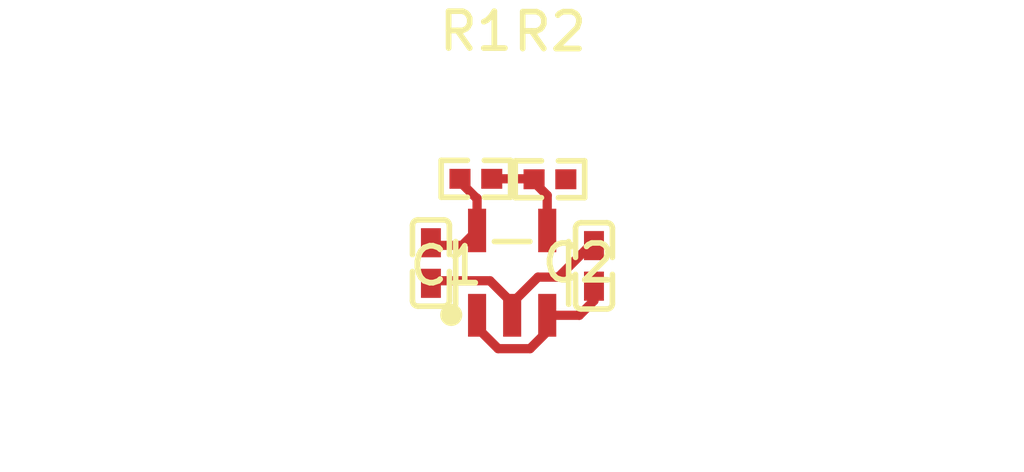
<source format=kicad_pcb>
(kicad_pcb (version 20240108) (generator "pcbnew") (generator_version "8.0")
  (layers (0 "F.Cu" signal) (31 "B.Cu" signal) (34 "B.Paste" user) (35 "F.Paste" user) (36 "B.SilkS" user "B.Silkscreen") (37 "F.SilkS" user "F.Silkscreen") (38 "B.Mask" user) (39 "F.Mask" user) (44 "Edge.Cuts" user))
  (net 0 "")
  (net 1 "IN")
  (net 2 "gnd")
  (net 3 "out")
  (net 4 "hv")
  (footprint "lib:SOT-23-5_L3.0-W1.7-P0.95-LS2.8-BL" (layer "F.Cu") (at 148.59 111.76)
    (property "Reference" "U1" (hide yes))
    (property "Value" "")
    (fp_line (start -1.53 0.85) (end -1.53 -0.85) (stroke (width 0.15)) (layer "F.SilkS"))
    (fp_line (start 0.48 -0.85) (end -0.48 -0.85) (stroke (width 0.15)) (layer "F.SilkS"))
    (fp_line (start 1.53 0.85) (end 1.53 -0.85) (stroke (width 0.15)) (layer "F.SilkS"))
    (fp_circle (center -1.65 1.14) (end -1.5 1.14) (stroke (width 0.3)) (fill none) (layer "F.SilkS"))
    (pad "1" smd rect (at -0.95 1.15) (size 0.49 1.16) (layers "F.Cu" "F.Paste" "F.Mask") (net 1 "IN"))
    (pad "2" smd rect (at 0 1.15) (size 0.49 1.16) (layers "F.Cu" "F.Paste" "F.Mask") (net 2 "gnd"))
    (pad "3" smd rect (at 0.95 1.15) (size 0.49 1.16) (layers "F.Cu" "F.Paste" "F.Mask") (net 1 "IN"))
    (pad "4" smd rect (at 0.95 -1.15) (size 0.49 1.18) (layers "F.Cu" "F.Paste" "F.Mask") (net 3 "out"))
    (pad "5" smd rect (at -0.95 -1.15) (size 0.49 1.18) (layers "F.Cu" "F.Paste" "F.Mask") (net 4 "hv"))
  )
  (footprint "atopile:C0402-b3ef17" (layer "F.Cu") (at 146.390075 111.493052 -90)
    (property "Reference" "C2" (at 0 -4 0) (layer "F.SilkS"))
    (property "Value" "1µF ±10% 25V X5R")
    (fp_line (start -0.23 0.5) (end -1.02 0.5) (stroke (width 0.15)) (layer "F.SilkS"))
    (fp_line (start 0.23 0.5) (end 1.02 0.5) (stroke (width 0.15)) (layer "F.SilkS"))
    (fp_line (start -1.17 0.35) (end -1.17 -0.35) (stroke (width 0.15)) (layer "F.SilkS"))
    (fp_line (start 1.17 0.35) (end 1.17 -0.35) (stroke (width 0.15)) (layer "F.SilkS"))
    (fp_line (start -1.02 -0.5) (end -0.23 -0.5) (stroke (width 0.15)) (layer "F.SilkS"))
    (fp_line (start 1.02 -0.5) (end 0.23 -0.5) (stroke (width 0.15)) (layer "F.SilkS"))
    (fp_arc (start -1.02 0.5) (mid -1.126066 0.456066) (end -1.17 0.35) (stroke (width 0.15)) (layer "F.SilkS"))
    (fp_arc (start 1.17 0.35) (mid 1.126066 0.456066) (end 1.02 0.5) (stroke (width 0.15)) (layer "F.SilkS"))
    (fp_arc (start -1.17 -0.35) (mid -1.126066 -0.456066) (end -1.02 -0.5) (stroke (width 0.15)) (layer "F.SilkS"))
    (fp_arc (start 1.02 -0.5) (mid 1.126066 -0.456066) (end 1.17 -0.35) (stroke (width 0.15)) (layer "F.SilkS"))
    (fp_text user "${REFERENCE}" (at 0 -4 0) (layer "F.SilkS"))
    (pad "1" smd rect (at -0.55 0 270) (size 0.79 0.54) (layers "F.Cu" "F.Paste" "F.Mask") (net 4 "hv"))
    (pad "2" smd rect (at 0.55 0 270) (size 0.79 0.54) (layers "F.Cu" "F.Paste" "F.Mask") (net 2 "gnd"))
  )
  (footprint "atopile:R0402-56259e" (layer "F.Cu") (at 149.613894 109.22145)
    (property "Reference" "R2" (at 0 -4 0) (layer "F.SilkS"))
    (property "Value" "1kΩ ±1% 62.5mW")
    (fp_line (start -0.94 -0.5) (end -0.23 -0.5) (stroke (width 0.15)) (layer "F.SilkS"))
    (fp_line (start -0.94 0.5) (end -0.94 -0.5) (stroke (width 0.15)) (layer "F.SilkS"))
    (fp_line (start -0.23 0.5) (end -0.94 0.5) (stroke (width 0.15)) (layer "F.SilkS"))
    (fp_line (start 0.23 0.5) (end 0.94 0.5) (stroke (width 0.15)) (layer "F.SilkS"))
    (fp_line (start 0.94 -0.5) (end 0.23 -0.5) (stroke (width 0.15)) (layer "F.SilkS"))
    (fp_line (start 0.94 0.5) (end 0.94 -0.5) (stroke (width 0.15)) (layer "F.SilkS"))
    (fp_text user "${REFERENCE}" (at 0 -4 0) (layer "F.SilkS"))
    (pad "1" smd rect (at -0.43 0) (size 0.57 0.54) (layers "F.Cu" "F.Paste" "F.Mask") (net 3 "out"))
    (pad "2" smd rect (at 0.43 0) (size 0.57 0.54) (layers "F.Cu" "F.Paste" "F.Mask") (net 2 "gnd"))
  )
  (footprint "atopile:C0402-b3ef17" (layer "F.Cu") (at 150.806177 111.570302 90)
    (property "Reference" "C1" (at 0 -4 0) (layer "F.SilkS"))
    (property "Value" "1µF ±10% 25V X5R")
    (fp_line (start 1.02 -0.5) (end 0.23 -0.5) (stroke (width 0.15)) (layer "F.SilkS"))
    (fp_line (start -1.02 -0.5) (end -0.23 -0.5) (stroke (width 0.15)) (layer "F.SilkS"))
    (fp_line (start 1.17 0.35) (end 1.17 -0.35) (stroke (width 0.15)) (layer "F.SilkS"))
    (fp_line (start -1.17 0.35) (end -1.17 -0.35) (stroke (width 0.15)) (layer "F.SilkS"))
    (fp_line (start 0.23 0.5) (end 1.02 0.5) (stroke (width 0.15)) (layer "F.SilkS"))
    (fp_line (start -0.23 0.5) (end -1.02 0.5) (stroke (width 0.15)) (layer "F.SilkS"))
    (fp_arc (start 1.02 -0.5) (mid 1.126066 -0.456066) (end 1.17 -0.35) (stroke (width 0.15)) (layer "F.SilkS"))
    (fp_arc (start -1.17 -0.35) (mid -1.126066 -0.456066) (end -1.02 -0.5) (stroke (width 0.15)) (layer "F.SilkS"))
    (fp_arc (start 1.17 0.35) (mid 1.126066 0.456066) (end 1.02 0.5) (stroke (width 0.15)) (layer "F.SilkS"))
    (fp_arc (start -1.02 0.5) (mid -1.126066 0.456066) (end -1.17 0.35) (stroke (width 0.15)) (layer "F.SilkS"))
    (fp_text user "${REFERENCE}" (at 0 -4 0) (layer "F.SilkS"))
    (pad "1" smd rect (at -0.55 0 90) (size 0.79 0.54) (layers "F.Cu" "F.Paste" "F.Mask") (net 1 "IN"))
    (pad "2" smd rect (at 0.55 0 90) (size 0.79 0.54) (layers "F.Cu" "F.Paste" "F.Mask") (net 2 "gnd"))
  )
  (footprint "atopile:R0402-56259e" (layer "F.Cu") (at 147.607116 109.208828)
    (property "Reference" "R1" (at 0 -4 0) (layer "F.SilkS"))
    (property "Value" "1kΩ ±1% 62.5mW")
    (fp_line (start -0.94 -0.5) (end -0.23 -0.5) (stroke (width 0.15)) (layer "F.SilkS"))
    (fp_line (start -0.94 0.5) (end -0.94 -0.5) (stroke (width 0.15)) (layer "F.SilkS"))
    (fp_line (start -0.23 0.5) (end -0.94 0.5) (stroke (width 0.15)) (layer "F.SilkS"))
    (fp_line (start 0.23 0.5) (end 0.94 0.5) (stroke (width 0.15)) (layer "F.SilkS"))
    (fp_line (start 0.94 -0.5) (end 0.23 -0.5) (stroke (width 0.15)) (layer "F.SilkS"))
    (fp_line (start 0.94 0.5) (end 0.94 -0.5) (stroke (width 0.15)) (layer "F.SilkS"))
    (fp_text user "${REFERENCE}" (at 0 -4 0) (layer "F.SilkS"))
    (pad "1" smd rect (at -0.43 0) (size 0.57 0.54) (layers "F.Cu" "F.Paste" "F.Mask") (net 4 "hv"))
    (pad "2" smd rect (at 0.43 0) (size 0.57 0.54) (layers "F.Cu" "F.Paste" "F.Mask") (net 3 "out"))
  )
  (segment (start 150.806177 112.513216) (end 150.409393 112.91) (width 0.25) (layer "F.Cu") (net 1))
  (segment (start 147.64 112.91) (end 147.64 113.245) (width 0.25) (layer "F.Cu") (net 1))
  (segment (start 150.409393 112.91) (end 149.54 112.91) (width 0.25) (layer "F.Cu") (net 1))
  (segment (start 149.54 113.35) (end 149.54 112.91) (width 0.25) (layer "F.Cu") (net 1))
  (segment (start 148.21 113.815) (end 149.075 113.815) (width 0.25) (layer "F.Cu") (net 1))
  (segment (start 149.075 113.815) (end 149.54 113.35) (width 0.25) (layer "F.Cu") (net 1))
  (segment (start 150.806177 112.050302) (end 150.806177 112.513216) (width 0.25) (layer "F.Cu") (net 1))
  (segment (start 147.64 113.245) (end 148.21 113.815) (width 0.25) (layer "F.Cu") (net 1))
  (segment (start 147.988052 111.973052) (end 148.59 112.575) (width 0.25) (layer "F.Cu") (net 2))
  (segment (start 146.390075 111.973052) (end 147.988052 111.973052) (width 0.25) (layer "F.Cu") (net 2))
  (segment (start 150.628447 111.090302) (end 149.844257 111.874492) (width 0.25) (layer "F.Cu") (net 2))
  (segment (start 150.806177 111.090302) (end 150.628447 111.090302) (width 0.25) (layer "F.Cu") (net 2))
  (segment (start 149.844257 111.874492) (end 149.290508 111.874492) (width 0.25) (layer "F.Cu") (net 2))
  (segment (start 148.59 112.575) (end 148.59 112.91) (width 0.25) (layer "F.Cu") (net 2))
  (segment (start 149.290508 111.874492) (end 148.59 112.575) (width 0.25) (layer "F.Cu") (net 2))
  (segment (start 149.54 110.61) (end 149.54 109.657556) (width 0.25) (layer "F.Cu") (net 3))
  (segment (start 148.117116 109.208828) (end 149.091272 109.208828) (width 0.25) (layer "F.Cu") (net 3))
  (segment (start 149.091272 109.208828) (end 149.103894 109.22145) (width 0.25) (layer "F.Cu") (net 3))
  (segment (start 149.54 109.657556) (end 149.103894 109.22145) (width 0.25) (layer "F.Cu") (net 3))
  (segment (start 147.64 109.739092) (end 147.64 110.61) (width 0.25) (layer "F.Cu") (net 4))
  (segment (start 146.390075 111.013052) (end 147.236948 111.013052) (width 0.25) (layer "F.Cu") (net 4))
  (segment (start 147.614588 109.7263) (end 147.627208 109.7263) (width 0.25) (layer "F.Cu") (net 4))
  (segment (start 147.627208 109.7263) (end 147.64 109.739092) (width 0.25) (layer "F.Cu") (net 4))
  (segment (start 147.236948 111.013052) (end 147.64 110.61) (width 0.25) (layer "F.Cu") (net 4))
  (segment (start 147.097116 109.208828) (end 147.614588 109.7263) (width 0.25) (layer "F.Cu") (net 4))
)
</source>
